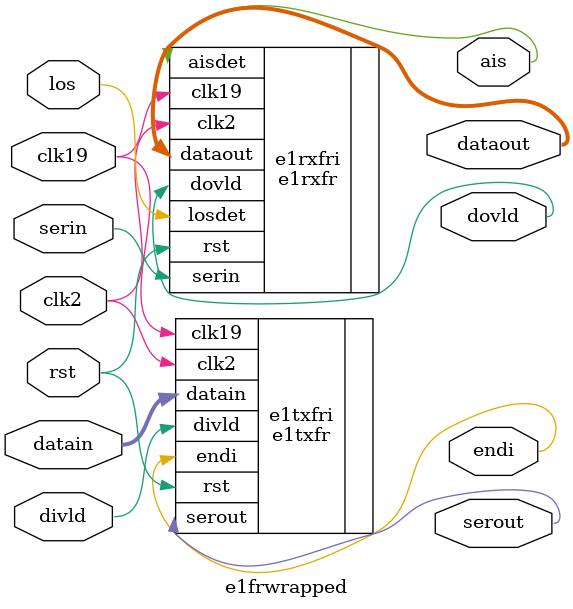
<source format=v>

module e1frwrapped
    (
     clk2,
     clk19,
     rst,

     //to and from hdb3 line coder
     serin,
     serout,

     //to VC VT
     dataout,
     dovld,
     ais,

     //from VC VT
     datain,
     divld,
     endi,

     //from LIU
     los
     );

////////////////////////////////////////////////////////////////////////////////
// Parameter declarations

parameter WID = 8;

////////////////////////////////////////////////////////////////////////////////
// Port declarations

input   clk2;
input   clk19;
input   rst;

input   serin;
output  serout;

output [WID-1:0] dataout;
output           dovld;
output           ais;

input [WID-1:0]  datain;
input            divld;
output           endi;

input            los;

////////////////////////////////////////////////////////////////////////////////
// Output declarations


////////////////////////////////////////////////////////////////////////////////
// Local logic and instantiation

e1rxfr e1rxfri
    (
     .clk2(clk2),  //e1 clock
     .clk19(clk19), //sys clock
     .rst(rst),   //atcive high reset

     //from HDB3
     .serin(serin),         //serial input

     //to VC VT
     .dataout(dataout),            //8 bit data out
     .dovld(dovld),         //data out valid
     .aisdet(ais),        //alarms indicator detect for V5

     //From LIU
     .losdet(los)         //loss of signal detect
     );

e1txfr e1txfri
    (
     .clk2(clk2),
     .clk19(clk19),
     .rst(rst),

     //to VC VT
     .datain(datain),
     .divld(divld),
     .endi(endi), //data in enable

     //to HDB3 Encoder
     .serout(serout)
     );

endmodule 

</source>
